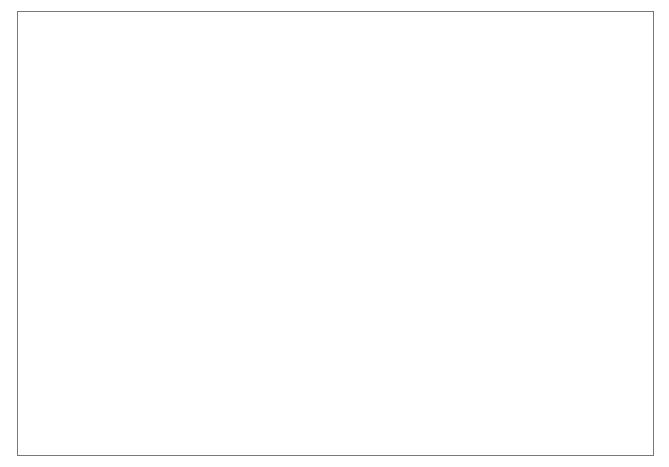
<source format=gm1>
%TF.GenerationSoftware,KiCad,Pcbnew,5.1.10-88a1d61d58~90~ubuntu20.04.1*%
%TF.CreationDate,2021-11-06T01:12:53+01:00*%
%TF.ProjectId,e-meter-usb-c,652d6d65-7465-4722-9d75-73622d632e6b,rev?*%
%TF.SameCoordinates,Original*%
%TF.FileFunction,Profile,NP*%
%FSLAX46Y46*%
G04 Gerber Fmt 4.6, Leading zero omitted, Abs format (unit mm)*
G04 Created by KiCad (PCBNEW 5.1.10-88a1d61d58~90~ubuntu20.04.1) date 2021-11-06 01:12:53*
%MOMM*%
%LPD*%
G01*
G04 APERTURE LIST*
%TA.AperFunction,Profile*%
%ADD10C,0.100000*%
%TD*%
G04 APERTURE END LIST*
D10*
X107696000Y-62484000D02*
X107696000Y-62992000D01*
X161544000Y-62992000D02*
X161544000Y-62484000D01*
X161036000Y-62992000D02*
X161544000Y-62992000D01*
X161544000Y-25400000D02*
X161036000Y-25400000D01*
X107696000Y-25400000D02*
X107696000Y-62484000D01*
X161036000Y-25400000D02*
X107696000Y-25400000D01*
X161544000Y-62484000D02*
X161544000Y-25400000D01*
X107696000Y-62992000D02*
X161036000Y-62992000D01*
M02*

</source>
